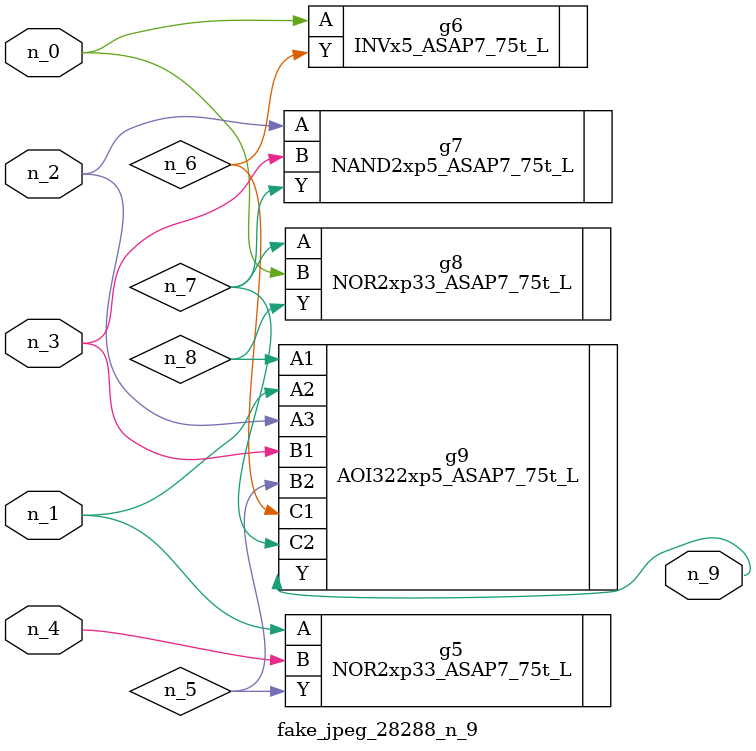
<source format=v>
module fake_jpeg_28288_n_9 (n_3, n_2, n_1, n_0, n_4, n_9);

input n_3;
input n_2;
input n_1;
input n_0;
input n_4;

output n_9;

wire n_8;
wire n_6;
wire n_5;
wire n_7;

NOR2xp33_ASAP7_75t_L g5 ( 
.A(n_1),
.B(n_4),
.Y(n_5)
);

INVx5_ASAP7_75t_L g6 ( 
.A(n_0),
.Y(n_6)
);

NAND2xp5_ASAP7_75t_L g7 ( 
.A(n_2),
.B(n_3),
.Y(n_7)
);

NOR2xp33_ASAP7_75t_L g8 ( 
.A(n_7),
.B(n_0),
.Y(n_8)
);

AOI322xp5_ASAP7_75t_L g9 ( 
.A1(n_8),
.A2(n_1),
.A3(n_2),
.B1(n_3),
.B2(n_5),
.C1(n_6),
.C2(n_7),
.Y(n_9)
);


endmodule
</source>
